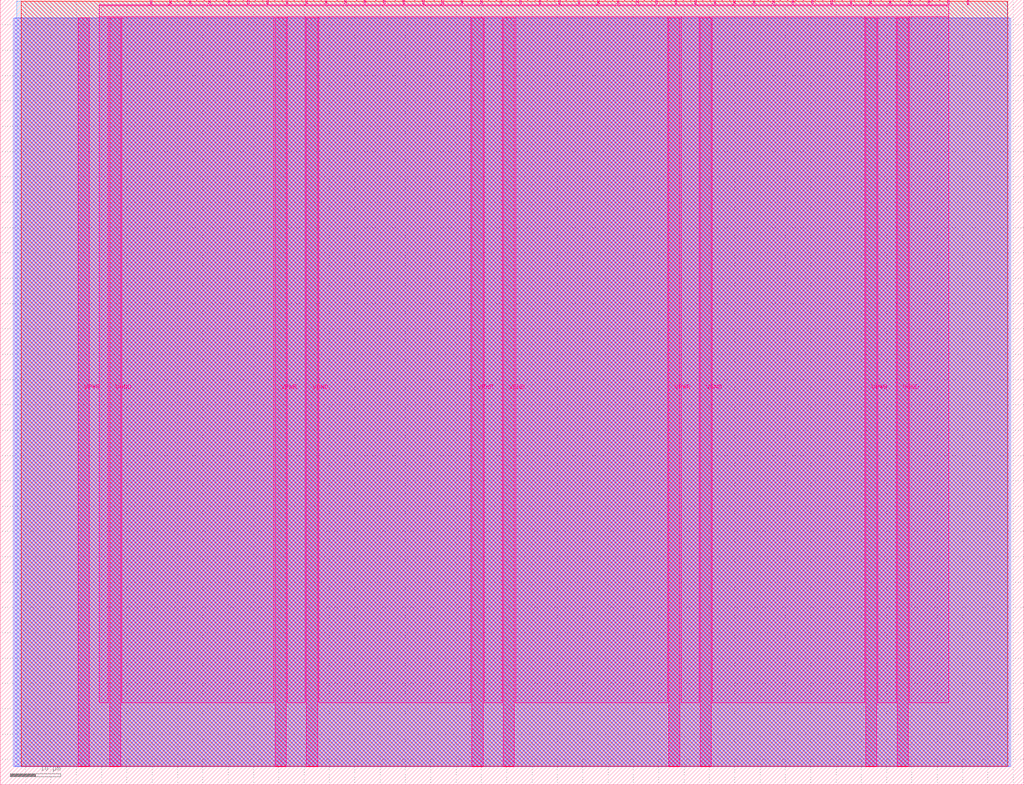
<source format=lef>
VERSION 5.7 ;
  NOWIREEXTENSIONATPIN ON ;
  DIVIDERCHAR "/" ;
  BUSBITCHARS "[]" ;
MACRO tt_um_rebeccargb_vga_timing_experiments
  CLASS BLOCK ;
  FOREIGN tt_um_rebeccargb_vga_timing_experiments ;
  ORIGIN 0.000 0.000 ;
  SIZE 202.080 BY 154.980 ;
  PIN VGND
    DIRECTION INOUT ;
    USE GROUND ;
    PORT
      LAYER Metal5 ;
        RECT 21.580 3.560 23.780 151.420 ;
    END
    PORT
      LAYER Metal5 ;
        RECT 60.450 3.560 62.650 151.420 ;
    END
    PORT
      LAYER Metal5 ;
        RECT 99.320 3.560 101.520 151.420 ;
    END
    PORT
      LAYER Metal5 ;
        RECT 138.190 3.560 140.390 151.420 ;
    END
    PORT
      LAYER Metal5 ;
        RECT 177.060 3.560 179.260 151.420 ;
    END
  END VGND
  PIN VPWR
    DIRECTION INOUT ;
    USE POWER ;
    PORT
      LAYER Metal5 ;
        RECT 15.380 3.560 17.580 151.420 ;
    END
    PORT
      LAYER Metal5 ;
        RECT 54.250 3.560 56.450 151.420 ;
    END
    PORT
      LAYER Metal5 ;
        RECT 93.120 3.560 95.320 151.420 ;
    END
    PORT
      LAYER Metal5 ;
        RECT 131.990 3.560 134.190 151.420 ;
    END
    PORT
      LAYER Metal5 ;
        RECT 170.860 3.560 173.060 151.420 ;
    END
  END VPWR
  PIN clk
    DIRECTION INPUT ;
    USE SIGNAL ;
    ANTENNAGATEAREA 0.213200 ;
    PORT
      LAYER Metal5 ;
        RECT 187.050 153.980 187.350 154.980 ;
    END
  END clk
  PIN ena
    DIRECTION INPUT ;
    USE SIGNAL ;
    PORT
      LAYER Metal5 ;
        RECT 190.890 153.980 191.190 154.980 ;
    END
  END ena
  PIN rst_n
    DIRECTION INPUT ;
    USE SIGNAL ;
    ANTENNAGATEAREA 0.180700 ;
    PORT
      LAYER Metal5 ;
        RECT 183.210 153.980 183.510 154.980 ;
    END
  END rst_n
  PIN ui_in[0]
    DIRECTION INPUT ;
    USE SIGNAL ;
    ANTENNAGATEAREA 0.213200 ;
    PORT
      LAYER Metal5 ;
        RECT 179.370 153.980 179.670 154.980 ;
    END
  END ui_in[0]
  PIN ui_in[1]
    DIRECTION INPUT ;
    USE SIGNAL ;
    ANTENNAGATEAREA 0.213200 ;
    PORT
      LAYER Metal5 ;
        RECT 175.530 153.980 175.830 154.980 ;
    END
  END ui_in[1]
  PIN ui_in[2]
    DIRECTION INPUT ;
    USE SIGNAL ;
    ANTENNAGATEAREA 0.213200 ;
    PORT
      LAYER Metal5 ;
        RECT 171.690 153.980 171.990 154.980 ;
    END
  END ui_in[2]
  PIN ui_in[3]
    DIRECTION INPUT ;
    USE SIGNAL ;
    ANTENNAGATEAREA 0.495300 ;
    PORT
      LAYER Metal5 ;
        RECT 167.850 153.980 168.150 154.980 ;
    END
  END ui_in[3]
  PIN ui_in[4]
    DIRECTION INPUT ;
    USE SIGNAL ;
    ANTENNAGATEAREA 0.213200 ;
    PORT
      LAYER Metal5 ;
        RECT 164.010 153.980 164.310 154.980 ;
    END
  END ui_in[4]
  PIN ui_in[5]
    DIRECTION INPUT ;
    USE SIGNAL ;
    ANTENNAGATEAREA 0.213200 ;
    PORT
      LAYER Metal5 ;
        RECT 160.170 153.980 160.470 154.980 ;
    END
  END ui_in[5]
  PIN ui_in[6]
    DIRECTION INPUT ;
    USE SIGNAL ;
    ANTENNAGATEAREA 0.213200 ;
    PORT
      LAYER Metal5 ;
        RECT 156.330 153.980 156.630 154.980 ;
    END
  END ui_in[6]
  PIN ui_in[7]
    DIRECTION INPUT ;
    USE SIGNAL ;
    ANTENNAGATEAREA 0.213200 ;
    PORT
      LAYER Metal5 ;
        RECT 152.490 153.980 152.790 154.980 ;
    END
  END ui_in[7]
  PIN uio_in[0]
    DIRECTION INPUT ;
    USE SIGNAL ;
    ANTENNAGATEAREA 0.213200 ;
    PORT
      LAYER Metal5 ;
        RECT 148.650 153.980 148.950 154.980 ;
    END
  END uio_in[0]
  PIN uio_in[1]
    DIRECTION INPUT ;
    USE SIGNAL ;
    ANTENNAGATEAREA 0.314600 ;
    PORT
      LAYER Metal5 ;
        RECT 144.810 153.980 145.110 154.980 ;
    END
  END uio_in[1]
  PIN uio_in[2]
    DIRECTION INPUT ;
    USE SIGNAL ;
    ANTENNAGATEAREA 0.213200 ;
    PORT
      LAYER Metal5 ;
        RECT 140.970 153.980 141.270 154.980 ;
    END
  END uio_in[2]
  PIN uio_in[3]
    DIRECTION INPUT ;
    USE SIGNAL ;
    ANTENNAGATEAREA 0.213200 ;
    PORT
      LAYER Metal5 ;
        RECT 137.130 153.980 137.430 154.980 ;
    END
  END uio_in[3]
  PIN uio_in[4]
    DIRECTION INPUT ;
    USE SIGNAL ;
    ANTENNAGATEAREA 0.213200 ;
    PORT
      LAYER Metal5 ;
        RECT 133.290 153.980 133.590 154.980 ;
    END
  END uio_in[4]
  PIN uio_in[5]
    DIRECTION INPUT ;
    USE SIGNAL ;
    ANTENNAGATEAREA 0.213200 ;
    PORT
      LAYER Metal5 ;
        RECT 129.450 153.980 129.750 154.980 ;
    END
  END uio_in[5]
  PIN uio_in[6]
    DIRECTION INPUT ;
    USE SIGNAL ;
    ANTENNAGATEAREA 0.180700 ;
    PORT
      LAYER Metal5 ;
        RECT 125.610 153.980 125.910 154.980 ;
    END
  END uio_in[6]
  PIN uio_in[7]
    DIRECTION INPUT ;
    USE SIGNAL ;
    ANTENNAGATEAREA 0.213200 ;
    PORT
      LAYER Metal5 ;
        RECT 121.770 153.980 122.070 154.980 ;
    END
  END uio_in[7]
  PIN uio_oe[0]
    DIRECTION OUTPUT ;
    USE SIGNAL ;
    ANTENNADIFFAREA 0.299200 ;
    PORT
      LAYER Metal5 ;
        RECT 56.490 153.980 56.790 154.980 ;
    END
  END uio_oe[0]
  PIN uio_oe[1]
    DIRECTION OUTPUT ;
    USE SIGNAL ;
    ANTENNADIFFAREA 0.299200 ;
    PORT
      LAYER Metal5 ;
        RECT 52.650 153.980 52.950 154.980 ;
    END
  END uio_oe[1]
  PIN uio_oe[2]
    DIRECTION OUTPUT ;
    USE SIGNAL ;
    ANTENNADIFFAREA 0.299200 ;
    PORT
      LAYER Metal5 ;
        RECT 48.810 153.980 49.110 154.980 ;
    END
  END uio_oe[2]
  PIN uio_oe[3]
    DIRECTION OUTPUT ;
    USE SIGNAL ;
    ANTENNADIFFAREA 0.299200 ;
    PORT
      LAYER Metal5 ;
        RECT 44.970 153.980 45.270 154.980 ;
    END
  END uio_oe[3]
  PIN uio_oe[4]
    DIRECTION OUTPUT ;
    USE SIGNAL ;
    ANTENNADIFFAREA 0.299200 ;
    PORT
      LAYER Metal5 ;
        RECT 41.130 153.980 41.430 154.980 ;
    END
  END uio_oe[4]
  PIN uio_oe[5]
    DIRECTION OUTPUT ;
    USE SIGNAL ;
    ANTENNADIFFAREA 0.299200 ;
    PORT
      LAYER Metal5 ;
        RECT 37.290 153.980 37.590 154.980 ;
    END
  END uio_oe[5]
  PIN uio_oe[6]
    DIRECTION OUTPUT ;
    USE SIGNAL ;
    ANTENNADIFFAREA 0.299200 ;
    PORT
      LAYER Metal5 ;
        RECT 33.450 153.980 33.750 154.980 ;
    END
  END uio_oe[6]
  PIN uio_oe[7]
    DIRECTION OUTPUT ;
    USE SIGNAL ;
    ANTENNADIFFAREA 0.299200 ;
    PORT
      LAYER Metal5 ;
        RECT 29.610 153.980 29.910 154.980 ;
    END
  END uio_oe[7]
  PIN uio_out[0]
    DIRECTION OUTPUT ;
    USE SIGNAL ;
    ANTENNADIFFAREA 0.299200 ;
    PORT
      LAYER Metal5 ;
        RECT 87.210 153.980 87.510 154.980 ;
    END
  END uio_out[0]
  PIN uio_out[1]
    DIRECTION OUTPUT ;
    USE SIGNAL ;
    ANTENNADIFFAREA 0.299200 ;
    PORT
      LAYER Metal5 ;
        RECT 83.370 153.980 83.670 154.980 ;
    END
  END uio_out[1]
  PIN uio_out[2]
    DIRECTION OUTPUT ;
    USE SIGNAL ;
    ANTENNADIFFAREA 0.299200 ;
    PORT
      LAYER Metal5 ;
        RECT 79.530 153.980 79.830 154.980 ;
    END
  END uio_out[2]
  PIN uio_out[3]
    DIRECTION OUTPUT ;
    USE SIGNAL ;
    ANTENNADIFFAREA 0.299200 ;
    PORT
      LAYER Metal5 ;
        RECT 75.690 153.980 75.990 154.980 ;
    END
  END uio_out[3]
  PIN uio_out[4]
    DIRECTION OUTPUT ;
    USE SIGNAL ;
    ANTENNADIFFAREA 0.299200 ;
    PORT
      LAYER Metal5 ;
        RECT 71.850 153.980 72.150 154.980 ;
    END
  END uio_out[4]
  PIN uio_out[5]
    DIRECTION OUTPUT ;
    USE SIGNAL ;
    ANTENNADIFFAREA 0.299200 ;
    PORT
      LAYER Metal5 ;
        RECT 68.010 153.980 68.310 154.980 ;
    END
  END uio_out[5]
  PIN uio_out[6]
    DIRECTION OUTPUT ;
    USE SIGNAL ;
    ANTENNADIFFAREA 0.299200 ;
    PORT
      LAYER Metal5 ;
        RECT 64.170 153.980 64.470 154.980 ;
    END
  END uio_out[6]
  PIN uio_out[7]
    DIRECTION OUTPUT ;
    USE SIGNAL ;
    ANTENNADIFFAREA 0.299200 ;
    PORT
      LAYER Metal5 ;
        RECT 60.330 153.980 60.630 154.980 ;
    END
  END uio_out[7]
  PIN uo_out[0]
    DIRECTION OUTPUT ;
    USE SIGNAL ;
    ANTENNADIFFAREA 1.135600 ;
    PORT
      LAYER Metal5 ;
        RECT 117.930 153.980 118.230 154.980 ;
    END
  END uo_out[0]
  PIN uo_out[1]
    DIRECTION OUTPUT ;
    USE SIGNAL ;
    ANTENNADIFFAREA 1.135600 ;
    PORT
      LAYER Metal5 ;
        RECT 114.090 153.980 114.390 154.980 ;
    END
  END uo_out[1]
  PIN uo_out[2]
    DIRECTION OUTPUT ;
    USE SIGNAL ;
    ANTENNADIFFAREA 1.135600 ;
    PORT
      LAYER Metal5 ;
        RECT 110.250 153.980 110.550 154.980 ;
    END
  END uo_out[2]
  PIN uo_out[3]
    DIRECTION OUTPUT ;
    USE SIGNAL ;
    ANTENNADIFFAREA 1.413600 ;
    PORT
      LAYER Metal5 ;
        RECT 106.410 153.980 106.710 154.980 ;
    END
  END uo_out[3]
  PIN uo_out[4]
    DIRECTION OUTPUT ;
    USE SIGNAL ;
    ANTENNADIFFAREA 1.135600 ;
    PORT
      LAYER Metal5 ;
        RECT 102.570 153.980 102.870 154.980 ;
    END
  END uo_out[4]
  PIN uo_out[5]
    DIRECTION OUTPUT ;
    USE SIGNAL ;
    ANTENNADIFFAREA 1.135600 ;
    PORT
      LAYER Metal5 ;
        RECT 98.730 153.980 99.030 154.980 ;
    END
  END uo_out[5]
  PIN uo_out[6]
    DIRECTION OUTPUT ;
    USE SIGNAL ;
    ANTENNADIFFAREA 0.988000 ;
    PORT
      LAYER Metal5 ;
        RECT 94.890 153.980 95.190 154.980 ;
    END
  END uo_out[6]
  PIN uo_out[7]
    DIRECTION OUTPUT ;
    USE SIGNAL ;
    ANTENNADIFFAREA 0.654800 ;
    PORT
      LAYER Metal5 ;
        RECT 91.050 153.980 91.350 154.980 ;
    END
  END uo_out[7]
  OBS
      LAYER GatPoly ;
        RECT 2.880 3.630 199.200 151.350 ;
      LAYER Metal1 ;
        RECT 2.880 3.560 199.200 151.420 ;
      LAYER Metal2 ;
        RECT 2.605 3.680 199.475 151.300 ;
      LAYER Metal3 ;
        RECT 3.260 3.635 198.820 154.705 ;
      LAYER Metal4 ;
        RECT 4.175 3.680 198.865 154.660 ;
      LAYER Metal5 ;
        RECT 19.580 153.770 29.400 153.980 ;
        RECT 30.120 153.770 33.240 153.980 ;
        RECT 33.960 153.770 37.080 153.980 ;
        RECT 37.800 153.770 40.920 153.980 ;
        RECT 41.640 153.770 44.760 153.980 ;
        RECT 45.480 153.770 48.600 153.980 ;
        RECT 49.320 153.770 52.440 153.980 ;
        RECT 53.160 153.770 56.280 153.980 ;
        RECT 57.000 153.770 60.120 153.980 ;
        RECT 60.840 153.770 63.960 153.980 ;
        RECT 64.680 153.770 67.800 153.980 ;
        RECT 68.520 153.770 71.640 153.980 ;
        RECT 72.360 153.770 75.480 153.980 ;
        RECT 76.200 153.770 79.320 153.980 ;
        RECT 80.040 153.770 83.160 153.980 ;
        RECT 83.880 153.770 87.000 153.980 ;
        RECT 87.720 153.770 90.840 153.980 ;
        RECT 91.560 153.770 94.680 153.980 ;
        RECT 95.400 153.770 98.520 153.980 ;
        RECT 99.240 153.770 102.360 153.980 ;
        RECT 103.080 153.770 106.200 153.980 ;
        RECT 106.920 153.770 110.040 153.980 ;
        RECT 110.760 153.770 113.880 153.980 ;
        RECT 114.600 153.770 117.720 153.980 ;
        RECT 118.440 153.770 121.560 153.980 ;
        RECT 122.280 153.770 125.400 153.980 ;
        RECT 126.120 153.770 129.240 153.980 ;
        RECT 129.960 153.770 133.080 153.980 ;
        RECT 133.800 153.770 136.920 153.980 ;
        RECT 137.640 153.770 140.760 153.980 ;
        RECT 141.480 153.770 144.600 153.980 ;
        RECT 145.320 153.770 148.440 153.980 ;
        RECT 149.160 153.770 152.280 153.980 ;
        RECT 153.000 153.770 156.120 153.980 ;
        RECT 156.840 153.770 159.960 153.980 ;
        RECT 160.680 153.770 163.800 153.980 ;
        RECT 164.520 153.770 167.640 153.980 ;
        RECT 168.360 153.770 171.480 153.980 ;
        RECT 172.200 153.770 175.320 153.980 ;
        RECT 176.040 153.770 179.160 153.980 ;
        RECT 179.880 153.770 183.000 153.980 ;
        RECT 183.720 153.770 186.840 153.980 ;
        RECT 19.580 151.630 187.300 153.770 ;
        RECT 19.580 16.235 21.370 151.630 ;
        RECT 23.990 16.235 54.040 151.630 ;
        RECT 56.660 16.235 60.240 151.630 ;
        RECT 62.860 16.235 92.910 151.630 ;
        RECT 95.530 16.235 99.110 151.630 ;
        RECT 101.730 16.235 131.780 151.630 ;
        RECT 134.400 16.235 137.980 151.630 ;
        RECT 140.600 16.235 170.650 151.630 ;
        RECT 173.270 16.235 176.850 151.630 ;
        RECT 179.470 16.235 187.300 151.630 ;
  END
END tt_um_rebeccargb_vga_timing_experiments
END LIBRARY


</source>
